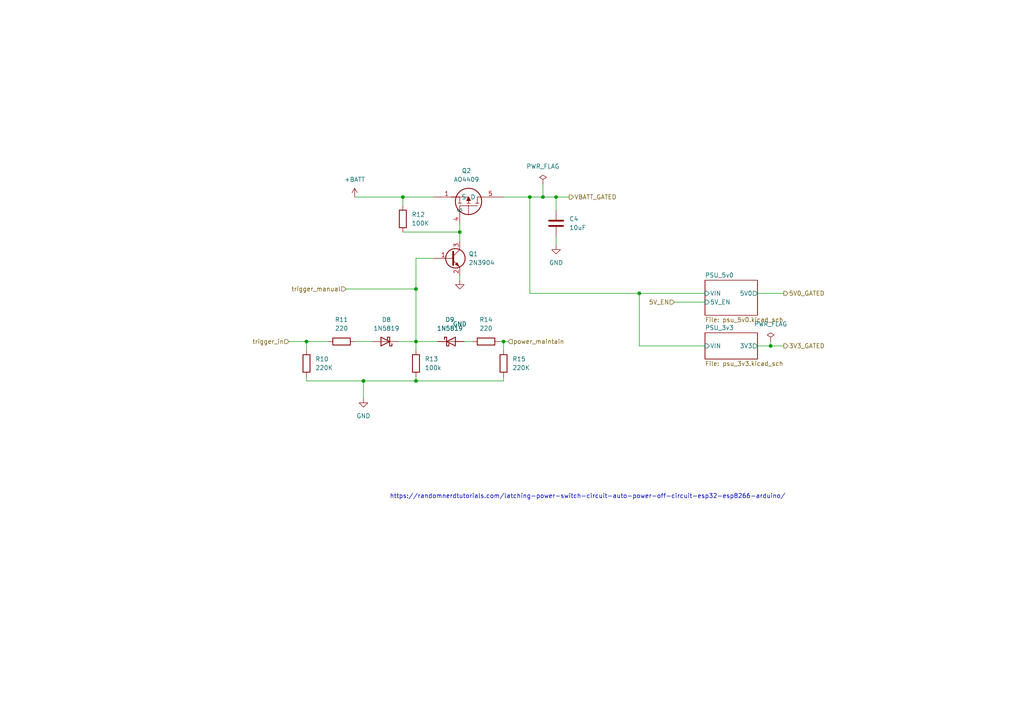
<source format=kicad_sch>
(kicad_sch (version 20230121) (generator eeschema)
  (paper "A4")
  (lib_symbols
    (symbol "Custom_Components:2N3904_SMD" (pin_names (offset 0) hide)
      (property "Reference" "Q" (at 5.08 1.905 0))
      (property "Value" "2N3904_SMD" (at 5.08 0 0))
      (symbol "2N3904_SMD_0_1"
        (polyline (pts (xy 0.635 0.635) (xy 2.54 2.54)))
        (polyline (pts (xy 0.635 -0.635) (xy 2.54 -2.54) (xy 2.54 -2.54)))
        (polyline (pts (xy 0.635 1.905) (xy 0.635 -1.905) (xy 0.635 -1.905)) (stroke (width 0.508)))
        (polyline (pts (xy 1.27 -1.778) (xy 1.778 -1.27) (xy 2.286 -2.286) (xy 1.27 -1.778) (xy 1.27 -1.778)) (fill (type outline)))
        (circle (center 1.27 0) (radius 2.8194) (stroke (width 0.254)))
      )
      (symbol "2N3904_SMD_1_1"
        (pin passive line (at -5.08 0 0) (length 5.715) (name "B") (number "1"))
        (pin passive line (at 2.54 -5.08 90) (length 2.54) (name "E") (number "2"))
        (pin passive line (at 2.54 5.08 270) (length 2.54) (name "C") (number "3"))
      )
    )
    (symbol "Custom_Components:AO4409"
      (property "Reference" "Q" (at 2.54 2.54 0))
      (property "Value" "AO4409" (at 6.35 0 0))
      (symbol "AO4409_0_1"
        (circle (center -1.27 0) (radius 3.81) (stroke (width 0.254)))
        (polyline (pts (xy -2.286 0) (xy -5.08 0)))
        (polyline (pts (xy -1.778 -3.048) (xy -1.778 -2.032)) (stroke (width 0.1524)))
        (polyline (pts (xy -1.778 -2.54) (xy 0 -2.54)) (stroke (width 0.1524)))
        (polyline (pts (xy -1.778 -0.508) (xy -1.778 0.508)) (stroke (width 0.1524)))
        (polyline (pts (xy -1.778 3.048) (xy -1.778 2.032)) (stroke (width 0.1524)))
        (polyline (pts (xy 0 0) (xy -1.778 0)) (stroke (width 0.1524)))
        (polyline (pts (xy 0 0) (xy 0 -5.08)) (stroke (width 0.1524)))
        (polyline (pts (xy 0 2.54) (xy -1.778 2.54)) (stroke (width 0.1524)))
        (polyline (pts (xy -5.08 -2.54) (xy -2.54 -2.54) (xy -2.54 2.54)) (stroke (width 0.1524)))
        (polyline (pts (xy 0 0) (xy -1.016 0.508) (xy -1.016 -0.508) (xy 0 0)) (stroke (width 0.254)) (fill (type outline)))
      )
      (symbol "AO4409_1_1"
        (pin passive line (at 0 -10.16 90) (length 7.62) (name "S") (number "1"))
        (pin passive line (at 0 -10.16 90) (length 7.62) hide (name "S") (number "2"))
        (pin passive line (at 0 -10.16 90) (length 7.62) hide (name "S") (number "3"))
        (pin input line (at -7.62 -2.54 0) (length 2.54) (name "G") (number "4"))
        (pin passive line (at 0 10.16 270) (length 7.62) (name "D") (number "5"))
        (pin passive line (at 0 10.16 270) (length 7.62) hide (name "D") (number "6"))
        (pin passive line (at 0 10.16 270) (length 7.62) hide (name "D") (number "7"))
        (pin passive line (at 0 10.16 270) (length 7.62) hide (name "D") (number "8"))
      )
    )
    (symbol "Device:C" (pin_numbers hide) (pin_names (offset 0.254))
      (property "Reference" "C" (at 0.635 2.54 0))
      (property "Value" "C" (at 0.635 -2.54 0))
      (symbol "C_0_1"
        (polyline (pts (xy -2.032 -0.762) (xy 2.032 -0.762)) (stroke (width 0.508)))
        (polyline (pts (xy -2.032 0.762) (xy 2.032 0.762)) (stroke (width 0.508)))
      )
      (symbol "C_1_1"
        (pin passive line (at 0 3.81 270) (length 2.794) (name "~") (number "1"))
        (pin passive line (at 0 -3.81 90) (length 2.794) (name "~") (number "2"))
      )
    )
    (symbol "Device:R" (pin_numbers hide) (pin_names (offset 0))
      (property "Reference" "R" (at 2.032 0 90))
      (property "Value" "R" (at 0 0 90))
      (symbol "R_0_1"
        (rectangle (start -1.016 -2.54) (end 1.016 2.54) (stroke (width 0.254)))
      )
      (symbol "R_1_1"
        (pin passive line (at 0 3.81 270) (length 1.27) (name "~") (number "1"))
        (pin passive line (at 0 -3.81 90) (length 1.27) (name "~") (number "2"))
      )
    )
    (symbol "Diode:1N5819" (pin_numbers hide) (pin_names (offset 1.016) hide)
      (property "Reference" "D" (at 0 2.54 0))
      (property "Value" "1N5819" (at 0 -2.54 0))
      (symbol "1N5819_0_1"
        (polyline (pts (xy 1.27 0) (xy -1.27 0)))
        (polyline (pts (xy 1.27 1.27) (xy 1.27 -1.27) (xy -1.27 0) (xy 1.27 1.27)) (stroke (width 0.254)))
        (polyline (pts (xy -1.905 0.635) (xy -1.905 1.27) (xy -1.27 1.27) (xy -1.27 -1.27) (xy -0.635 -1.27) (xy -0.635 -0.635)) (stroke (width 0.254)))
      )
      (symbol "1N5819_1_1"
        (pin passive line (at -3.81 0 0) (length 2.54) (name "K") (number "1"))
        (pin passive line (at 3.81 0 180) (length 2.54) (name "A") (number "2"))
      )
    )
    (symbol "power:+BATT" (power) (pin_names (offset 0))
      (property "Value" "+BATT" (at 0 3.556 0))
      (symbol "+BATT_0_1"
        (polyline (pts (xy -0.762 1.27) (xy 0 2.54)))
        (polyline (pts (xy 0 0) (xy 0 2.54)))
        (polyline (pts (xy 0 2.54) (xy 0.762 1.27)))
      )
      (symbol "+BATT_1_1"
        (pin power_in line (at 0 0 90) (length 0) hide (name "+BATT") (number "1"))
      )
    )
    (symbol "power:GND" (power) (pin_names (offset 0))
      (property "Value" "GND" (at 0 -3.81 0))
      (symbol "GND_0_1"
        (polyline (pts (xy 0 0) (xy 0 -1.27) (xy 1.27 -1.27) (xy 0 -2.54) (xy -1.27 -1.27) (xy 0 -1.27)))
      )
      (symbol "GND_1_1"
        (pin power_in line (at 0 0 270) (length 0) hide (name "GND") (number "1"))
      )
    )
    (symbol "power:PWR_FLAG" (power) (pin_numbers hide) (pin_names (offset 0) hide)
      (property "Value" "PWR_FLAG" (at 0 3.81 0))
      (symbol "PWR_FLAG_0_0"
        (pin power_out line (at 0 0 90) (length 0) (name "pwr") (number "1"))
      )
      (symbol "PWR_FLAG_0_1"
        (polyline (pts (xy 0 0) (xy 0 1.27) (xy -1.016 1.905) (xy 0 2.54) (xy 1.016 1.905) (xy 0 1.27)))
      )
    )
  )
  (junction (at 185.42 85.09))
  (junction (at 120.65 83.82))
  (junction (at 223.52 100.33))
  (junction (at 88.9 99.06))
  (junction (at 105.41 110.49))
  (junction (at 146.05 99.06))
  (junction (at 116.84 57.15))
  (junction (at 161.29 57.15))
  (junction (at 157.48 57.15))
  (junction (at 120.65 99.06))
  (junction (at 153.67 57.15))
  (junction (at 120.65 110.49))
  (junction (at 133.35 67.31))
  (wire (pts (xy 153.67 57.15) (xy 157.48 57.15)))
  (wire (pts (xy 88.9 99.06) (xy 95.25 99.06)))
  (wire (pts (xy 157.48 53.34) (xy 157.48 57.15)))
  (wire (pts (xy 120.65 74.93) (xy 120.65 83.82)))
  (wire (pts (xy 133.35 69.85) (xy 133.35 67.31)))
  (wire (pts (xy 147.32 99.06) (xy 146.05 99.06)))
  (wire (pts (xy 195.58 87.63) (xy 204.47 87.63)))
  (wire (pts (xy 157.48 57.15) (xy 161.29 57.15)))
  (wire (pts (xy 120.65 110.49) (xy 146.05 110.49)))
  (wire (pts (xy 223.52 99.06) (xy 223.52 100.33)))
  (wire (pts (xy 146.05 99.06) (xy 144.78 99.06)))
  (wire (pts (xy 161.29 57.15) (xy 165.1 57.15)))
  (wire (pts (xy 153.67 57.15) (xy 153.67 85.09)))
  (wire (pts (xy 116.84 57.15) (xy 125.73 57.15)))
  (wire (pts (xy 137.16 99.06) (xy 134.62 99.06)))
  (wire (pts (xy 88.9 101.6) (xy 88.9 99.06)))
  (wire (pts (xy 116.84 59.69) (xy 116.84 57.15)))
  (wire (pts (xy 105.41 110.49) (xy 105.41 115.57)))
  (wire (pts (xy 219.71 100.33) (xy 223.52 100.33)))
  (wire (pts (xy 102.87 57.15) (xy 116.84 57.15)))
  (wire (pts (xy 146.05 110.49) (xy 146.05 109.22)))
  (wire (pts (xy 223.52 100.33) (xy 227.33 100.33)))
  (wire (pts (xy 185.42 85.09) (xy 204.47 85.09)))
  (wire (pts (xy 133.35 64.77) (xy 133.35 67.31)))
  (wire (pts (xy 120.65 101.6) (xy 120.65 99.06)))
  (wire (pts (xy 120.65 83.82) (xy 120.65 99.06)))
  (wire (pts (xy 88.9 110.49) (xy 105.41 110.49)))
  (wire (pts (xy 185.42 100.33) (xy 185.42 85.09)))
  (wire (pts (xy 133.35 81.28) (xy 133.35 80.01)))
  (wire (pts (xy 153.67 85.09) (xy 185.42 85.09)))
  (wire (pts (xy 116.84 67.31) (xy 133.35 67.31)))
  (wire (pts (xy 120.65 99.06) (xy 115.57 99.06)))
  (wire (pts (xy 105.41 110.49) (xy 120.65 110.49)))
  (wire (pts (xy 100.33 83.82) (xy 120.65 83.82)))
  (wire (pts (xy 161.29 71.12) (xy 161.29 68.58)))
  (wire (pts (xy 146.05 57.15) (xy 153.67 57.15)))
  (wire (pts (xy 120.65 99.06) (xy 127 99.06)))
  (wire (pts (xy 83.82 99.06) (xy 88.9 99.06)))
  (wire (pts (xy 219.71 85.09) (xy 227.33 85.09)))
  (wire (pts (xy 102.87 99.06) (xy 107.95 99.06)))
  (wire (pts (xy 88.9 110.49) (xy 88.9 109.22)))
  (wire (pts (xy 125.73 74.93) (xy 120.65 74.93)))
  (wire (pts (xy 204.47 100.33) (xy 185.42 100.33)))
  (wire (pts (xy 146.05 101.6) (xy 146.05 99.06)))
  (wire (pts (xy 161.29 60.96) (xy 161.29 57.15)))
  (wire (pts (xy 120.65 110.49) (xy 120.65 109.22)))
  (text "https://randomnerdtutorials.com/latching-power-switch-circuit-auto-power-off-circuit-esp32-esp8266-arduino/" (at 113.03 144.78 0) (effects (font (size 1.27 1.27)) (justify left bottom)))
  (hierarchical_label "5V0_GATED" (shape output) (at 227.33 85.09 0))
  (hierarchical_label "3V3_GATED" (shape output) (at 227.33 100.33 0))
  (hierarchical_label "power_maintain" (shape input) (at 147.32 99.06 0))
  (hierarchical_label "5V_EN" (shape input) (at 195.58 87.63 180))
  (hierarchical_label "trigger_manual" (shape input) (at 100.33 83.82 180))
  (hierarchical_label "trigger_in" (shape input) (at 83.82 99.06 180))
  (hierarchical_label "VBATT_GATED" (shape output) (at 165.1 57.15 0))
  (symbol (lib_id "Device:R") (at 99.06 99.06 90) (unit 1)
    (property "Reference" "R11" (at 99.06 92.71 90))
    (property "Value" "220" (at 99.06 95.25 90))
    (property "Footprint" "Resistor_SMD:R_1206_3216Metric" (effects hide))
  )
  (symbol (lib_id "Diode:1N5819") (at 130.81 99.06 0) (unit 1)
    (property "Reference" "D9" (at 130.4925 92.71 0))
    (property "Value" "1N5819" (at 130.4925 95.25 0))
    (property "Footprint" "Diode_SMD:D_SOD-123" (effects hide))
    (property "Datasheet" "http://www.vishay.com/docs/88525/1n5817.pdf" (effects hide))
  )
  (symbol (lib_id "Device:R") (at 116.84 63.5 0) (unit 1)
    (property "Reference" "R12" (at 119.38 62.2299 0) (effects (justify left)))
    (property "Value" "100K" (at 119.38 64.7699 0) (effects (justify left)))
    (property "Footprint" "Resistor_SMD:R_1206_3216Metric" (effects hide))
  )
  (symbol (lib_id "Device:R") (at 140.97 99.06 90) (unit 1)
    (property "Reference" "R14" (at 140.97 92.71 90))
    (property "Value" "220" (at 140.97 95.25 90))
    (property "Footprint" "Resistor_SMD:R_1206_3216Metric" (effects hide))
  )
  (symbol (lib_id "power:PWR_FLAG") (at 157.48 53.34 0) (unit 1)
    (property "Reference" "#FLG04" (effects hide))
    (property "Value" "PWR_FLAG" (at 157.48 48.26 0))
  )
  (symbol (lib_id "Device:R") (at 120.65 105.41 0) (unit 1)
    (property "Reference" "R13" (at 123.19 104.1399 0) (effects (justify left)))
    (property "Value" "100k" (at 123.19 106.6799 0) (effects (justify left)))
    (property "Footprint" "Resistor_SMD:R_1206_3216Metric" (effects hide))
  )
  (symbol (lib_id "Custom_Components:2N3904_SMD") (at 130.81 74.93 0) (unit 1)
    (property "Reference" "Q1" (at 135.89 73.6599 0) (effects (justify left)))
    (property "Value" "2N3904" (at 135.89 76.1999 0) (effects (justify left)))
    (property "Footprint" "Package_TO_SOT_SMD:SOT-23" (effects hide))
    (property "Datasheet" "https://www.onsemi.com/pub/Collateral/2N3903-D.PDF" (effects hide))
  )
  (symbol (lib_id "power:+BATT") (at 102.87 57.15 0) (unit 1)
    (property "Reference" "#PWR031" (effects hide))
    (property "Value" "+BATT" (at 102.87 52.07 0))
  )
  (symbol (lib_id "power:GND") (at 133.35 81.28 0) (unit 1)
    (property "Reference" "#PWR033" (effects hide))
    (property "Value" "GND" (at 133.35 93.98 0))
  )
  (symbol (lib_id "power:GND") (at 105.41 115.57 0) (unit 1)
    (property "Reference" "#PWR032" (effects hide))
    (property "Value" "GND" (at 105.41 120.65 0))
  )
  (symbol (lib_id "Diode:1N5819") (at 111.76 99.06 180) (unit 1)
    (property "Reference" "D8" (at 112.0775 92.71 0))
    (property "Value" "1N5819" (at 112.0775 95.25 0))
    (property "Footprint" "Diode_SMD:D_SOD-123" (effects hide))
    (property "Datasheet" "http://www.vishay.com/docs/88525/1n5817.pdf" (effects hide))
  )
  (symbol (lib_id "Device:C") (at 161.29 64.77 0) (unit 1)
    (property "Reference" "C4" (at 165.1 63.4999 0) (effects (justify left)))
    (property "Value" "10uF" (at 165.1 66.0399 0) (effects (justify left)))
    (property "Footprint" "Capacitor_SMD:C_0805_2012Metric" (effects hide))
  )
  (symbol (lib_id "Device:R") (at 88.9 105.41 0) (unit 1)
    (property "Reference" "R10" (at 91.44 104.1399 0) (effects (justify left)))
    (property "Value" "220K" (at 91.44 106.6799 0) (effects (justify left)))
    (property "Footprint" "Resistor_SMD:R_1206_3216Metric" (effects hide))
  )
  (symbol (lib_id "power:GND") (at 161.29 71.12 0) (unit 1)
    (property "Reference" "#PWR034" (effects hide))
    (property "Value" "GND" (at 161.29 76.2 0))
  )
  (symbol (lib_id "Device:R") (at 146.05 105.41 0) (unit 1)
    (property "Reference" "R15" (at 148.59 104.1399 0) (effects (justify left)))
    (property "Value" "220K" (at 148.59 106.6799 0) (effects (justify left)))
    (property "Footprint" "Resistor_SMD:R_1206_3216Metric" (effects hide))
  )
  (symbol (lib_id "power:PWR_FLAG") (at 223.52 99.06 0) (unit 1)
    (property "Reference" "#FLG05" (effects hide))
    (property "Value" "PWR_FLAG" (at 223.52 93.98 0))
  )
  (symbol (lib_id "Custom_Components:AO4409") (at 135.89 57.15 270) (mirror x) (unit 1)
    (property "Reference" "Q2" (at 135.2804 49.53 90))
    (property "Value" "AO4409" (at 135.2804 52.07 90))
    (property "Footprint" "Package_SO:SOIC-8_3.9x4.9mm_P1.27mm" (effects hide))
    (property "Datasheet" "http://www.aosmd.com/pdfs/datasheet/AO4409.pdf" (effects hide))
  )
  (sheet (at 204.47 96.52) (size 15.24 7.62) (stroke (width 0.1524))
    (property "Sheetname" "PSU_3v3" (at 204.47 95.8084 0) (effects (justify left bottom)))
    (property "Sheetfile" "psu_3v3.kicad_sch" (at 204.47 104.7246 0) (effects (justify left top)))
    (pin "3V3" output (at 219.71 100.33 0))
    (pin "VIN" input (at 204.47 100.33 180))
  )
  (sheet (at 204.47 81.28) (size 15.24 10.16) (stroke (width 0.1524))
    (property "Sheetname" "PSU_5v0" (at 204.47 80.5684 0) (effects (justify left bottom)))
    (property "Sheetfile" "psu_5v0.kicad_sch" (at 204.47 92.0246 0) (effects (justify left top)))
    (pin "5V0" output (at 219.71 85.09 0))
    (pin "VIN" input (at 204.47 85.09 180))
    (pin "5V_EN" input (at 204.47 87.63 180))
  )
)
</source>
